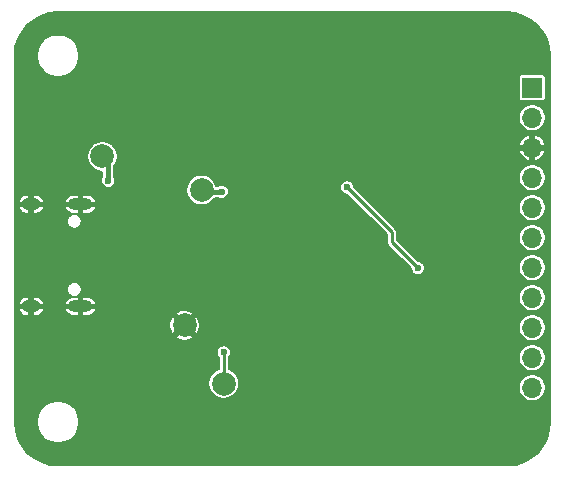
<source format=gbr>
%TF.GenerationSoftware,KiCad,Pcbnew,(5.1.10)-1*%
%TF.CreationDate,2021-09-17T22:01:12+03:00*%
%TF.ProjectId,G800Interface,47383030-496e-4746-9572-666163652e6b,rev?*%
%TF.SameCoordinates,Original*%
%TF.FileFunction,Copper,L2,Bot*%
%TF.FilePolarity,Positive*%
%FSLAX46Y46*%
G04 Gerber Fmt 4.6, Leading zero omitted, Abs format (unit mm)*
G04 Created by KiCad (PCBNEW (5.1.10)-1) date 2021-09-17 22:01:12*
%MOMM*%
%LPD*%
G01*
G04 APERTURE LIST*
%TA.AperFunction,SMDPad,CuDef*%
%ADD10C,2.000000*%
%TD*%
%TA.AperFunction,ComponentPad*%
%ADD11O,2.100000X1.000000*%
%TD*%
%TA.AperFunction,ComponentPad*%
%ADD12O,1.600000X1.000000*%
%TD*%
%TA.AperFunction,ComponentPad*%
%ADD13O,1.700000X1.700000*%
%TD*%
%TA.AperFunction,ComponentPad*%
%ADD14R,1.700000X1.700000*%
%TD*%
%TA.AperFunction,ViaPad*%
%ADD15C,0.600000*%
%TD*%
%TA.AperFunction,Conductor*%
%ADD16C,0.400000*%
%TD*%
%TA.AperFunction,Conductor*%
%ADD17C,0.250000*%
%TD*%
%TA.AperFunction,Conductor*%
%ADD18C,0.200000*%
%TD*%
%TA.AperFunction,Conductor*%
%ADD19C,0.100000*%
%TD*%
G04 APERTURE END LIST*
D10*
%TO.P,TP4,1*%
%TO.N,GND*%
X95710000Y-92810000D03*
%TD*%
%TO.P,TP3,1*%
%TO.N,+3V3*%
X99030000Y-97740000D03*
%TD*%
%TO.P,TP2,1*%
%TO.N,VBUS*%
X88760000Y-78510000D03*
%TD*%
%TO.P,TP1,1*%
%TO.N,VCCIO*%
X97150000Y-81360000D03*
%TD*%
D11*
%TO.P,J2,S1*%
%TO.N,GND*%
X86899200Y-91213400D03*
X86899200Y-82573400D03*
D12*
X82719200Y-82573400D03*
X82719200Y-91213400D03*
%TD*%
D13*
%TO.P,J1,11*%
%TO.N,N/C*%
X125148800Y-98093000D03*
%TO.P,J1,10*%
X125148800Y-95553000D03*
%TO.P,J1,9*%
%TO.N,CTSCalc*%
X125148800Y-93013000D03*
%TO.P,J1,8*%
%TO.N,N/C*%
X125148800Y-90473000D03*
%TO.P,J1,7*%
%TO.N,TXDCalc*%
X125148800Y-87933000D03*
%TO.P,J1,6*%
%TO.N,RXDCalc*%
X125148800Y-85393000D03*
%TO.P,J1,5*%
%TO.N,N/C*%
X125148800Y-82853000D03*
%TO.P,J1,4*%
%TO.N,RTSCalc*%
X125148800Y-80313000D03*
%TO.P,J1,3*%
%TO.N,GND*%
X125148800Y-77773000D03*
%TO.P,J1,2*%
%TO.N,VCCCalc*%
X125148800Y-75233000D03*
D14*
%TO.P,J1,1*%
%TO.N,N/C*%
X125148800Y-72693000D03*
%TD*%
D15*
%TO.N,GND*%
X119590000Y-87920000D03*
X119590000Y-85390000D03*
X119630000Y-80300000D03*
X119600000Y-93010000D03*
X104120000Y-93280000D03*
X102260000Y-94730000D03*
X93740000Y-84800000D03*
X93730000Y-89910000D03*
X97580000Y-72980000D03*
X93430000Y-78130000D03*
X95700000Y-78160000D03*
X97890000Y-78180000D03*
X107060000Y-83870000D03*
X108950000Y-91080000D03*
X90980000Y-88380000D03*
X93020000Y-88510000D03*
X94090000Y-87860000D03*
X95580000Y-89820000D03*
X97570000Y-90010000D03*
X99310000Y-90080000D03*
X99450000Y-88500000D03*
X100770000Y-88750000D03*
X99450000Y-85810000D03*
X100630000Y-85850000D03*
X102420000Y-86280000D03*
X94880000Y-84250000D03*
X96940000Y-84240000D03*
X98780000Y-84510000D03*
X90020000Y-86340000D03*
X91710000Y-86390000D03*
X103520000Y-78080000D03*
X118940000Y-77730000D03*
X100580000Y-71990000D03*
X122480000Y-70350000D03*
X112210000Y-94370000D03*
X121220000Y-96770000D03*
X102550000Y-100800000D03*
X91110000Y-94170000D03*
X84370000Y-93740000D03*
X83380000Y-79600000D03*
%TO.N,VCCIO*%
X98860000Y-81510000D03*
%TO.N,+3V3*%
X99030000Y-95110000D03*
%TO.N,VBUS*%
X89250000Y-80580000D03*
%TO.N,Net-(R2-Pad2)*%
X109480000Y-81140000D03*
X115460000Y-87960000D03*
%TD*%
D16*
%TO.N,VCCIO*%
X97300000Y-81510000D02*
X97150000Y-81360000D01*
X98860000Y-81510000D02*
X97300000Y-81510000D01*
D17*
%TO.N,+3V3*%
X99030000Y-95110000D02*
X99030000Y-97740000D01*
D16*
%TO.N,VBUS*%
X89250000Y-79000000D02*
X88760000Y-78510000D01*
X89250000Y-80580000D02*
X89250000Y-79000000D01*
D17*
%TO.N,Net-(R2-Pad2)*%
X113260000Y-85760000D02*
X115460000Y-87960000D01*
X113260000Y-84920000D02*
X113260000Y-85760000D01*
X109480000Y-81140000D02*
X113260000Y-84920000D01*
%TD*%
D18*
%TO.N,GND*%
X123713508Y-66396518D02*
X124399842Y-66603735D01*
X125032852Y-66940313D01*
X125588433Y-67393434D01*
X126045421Y-67945838D01*
X126386412Y-68576488D01*
X126598412Y-69261352D01*
X126674962Y-69989675D01*
X126675000Y-70000553D01*
X126675001Y-100984093D01*
X126603482Y-101713508D01*
X126396266Y-102399839D01*
X126059687Y-103032852D01*
X125606567Y-103588433D01*
X125054163Y-104045421D01*
X124423512Y-104386412D01*
X123738653Y-104598411D01*
X123010325Y-104674962D01*
X122999447Y-104675000D01*
X85015897Y-104675000D01*
X84286492Y-104603482D01*
X83600161Y-104396266D01*
X82967148Y-104059687D01*
X82411567Y-103606567D01*
X81954579Y-103054163D01*
X81613588Y-102423512D01*
X81401589Y-101738653D01*
X81325038Y-101010325D01*
X81325000Y-100999447D01*
X81325000Y-100822716D01*
X83200000Y-100822716D01*
X83200000Y-101177284D01*
X83269173Y-101525041D01*
X83404861Y-101852620D01*
X83601849Y-102147433D01*
X83852567Y-102398151D01*
X84147380Y-102595139D01*
X84474959Y-102730827D01*
X84822716Y-102800000D01*
X85177284Y-102800000D01*
X85525041Y-102730827D01*
X85852620Y-102595139D01*
X86147433Y-102398151D01*
X86398151Y-102147433D01*
X86595139Y-101852620D01*
X86730827Y-101525041D01*
X86800000Y-101177284D01*
X86800000Y-100822716D01*
X86730827Y-100474959D01*
X86595139Y-100147380D01*
X86398151Y-99852567D01*
X86147433Y-99601849D01*
X85852620Y-99404861D01*
X85525041Y-99269173D01*
X85177284Y-99200000D01*
X84822716Y-99200000D01*
X84474959Y-99269173D01*
X84147380Y-99404861D01*
X83852567Y-99601849D01*
X83601849Y-99852567D01*
X83404861Y-100147380D01*
X83269173Y-100474959D01*
X83200000Y-100822716D01*
X81325000Y-100822716D01*
X81325000Y-97611961D01*
X97730000Y-97611961D01*
X97730000Y-97868039D01*
X97779958Y-98119196D01*
X97877955Y-98355781D01*
X98020224Y-98568702D01*
X98201298Y-98749776D01*
X98414219Y-98892045D01*
X98650804Y-98990042D01*
X98901961Y-99040000D01*
X99158039Y-99040000D01*
X99409196Y-98990042D01*
X99645781Y-98892045D01*
X99858702Y-98749776D01*
X100039776Y-98568702D01*
X100182045Y-98355781D01*
X100280042Y-98119196D01*
X100307782Y-97979735D01*
X123998800Y-97979735D01*
X123998800Y-98206265D01*
X124042994Y-98428443D01*
X124129684Y-98637729D01*
X124255537Y-98826082D01*
X124415718Y-98986263D01*
X124604071Y-99112116D01*
X124813357Y-99198806D01*
X125035535Y-99243000D01*
X125262065Y-99243000D01*
X125484243Y-99198806D01*
X125693529Y-99112116D01*
X125881882Y-98986263D01*
X126042063Y-98826082D01*
X126167916Y-98637729D01*
X126254606Y-98428443D01*
X126298800Y-98206265D01*
X126298800Y-97979735D01*
X126254606Y-97757557D01*
X126167916Y-97548271D01*
X126042063Y-97359918D01*
X125881882Y-97199737D01*
X125693529Y-97073884D01*
X125484243Y-96987194D01*
X125262065Y-96943000D01*
X125035535Y-96943000D01*
X124813357Y-96987194D01*
X124604071Y-97073884D01*
X124415718Y-97199737D01*
X124255537Y-97359918D01*
X124129684Y-97548271D01*
X124042994Y-97757557D01*
X123998800Y-97979735D01*
X100307782Y-97979735D01*
X100330000Y-97868039D01*
X100330000Y-97611961D01*
X100280042Y-97360804D01*
X100182045Y-97124219D01*
X100039776Y-96911298D01*
X99858702Y-96730224D01*
X99645781Y-96587955D01*
X99455000Y-96508931D01*
X99455000Y-95533528D01*
X99496050Y-95492478D01*
X99531291Y-95439735D01*
X123998800Y-95439735D01*
X123998800Y-95666265D01*
X124042994Y-95888443D01*
X124129684Y-96097729D01*
X124255537Y-96286082D01*
X124415718Y-96446263D01*
X124604071Y-96572116D01*
X124813357Y-96658806D01*
X125035535Y-96703000D01*
X125262065Y-96703000D01*
X125484243Y-96658806D01*
X125693529Y-96572116D01*
X125881882Y-96446263D01*
X126042063Y-96286082D01*
X126167916Y-96097729D01*
X126254606Y-95888443D01*
X126298800Y-95666265D01*
X126298800Y-95439735D01*
X126254606Y-95217557D01*
X126167916Y-95008271D01*
X126042063Y-94819918D01*
X125881882Y-94659737D01*
X125693529Y-94533884D01*
X125484243Y-94447194D01*
X125262065Y-94403000D01*
X125035535Y-94403000D01*
X124813357Y-94447194D01*
X124604071Y-94533884D01*
X124415718Y-94659737D01*
X124255537Y-94819918D01*
X124129684Y-95008271D01*
X124042994Y-95217557D01*
X123998800Y-95439735D01*
X99531291Y-95439735D01*
X99561713Y-95394207D01*
X99606942Y-95285014D01*
X99630000Y-95169095D01*
X99630000Y-95050905D01*
X99606942Y-94934986D01*
X99561713Y-94825793D01*
X99496050Y-94727522D01*
X99412478Y-94643950D01*
X99314207Y-94578287D01*
X99205014Y-94533058D01*
X99089095Y-94510000D01*
X98970905Y-94510000D01*
X98854986Y-94533058D01*
X98745793Y-94578287D01*
X98647522Y-94643950D01*
X98563950Y-94727522D01*
X98498287Y-94825793D01*
X98453058Y-94934986D01*
X98430000Y-95050905D01*
X98430000Y-95169095D01*
X98453058Y-95285014D01*
X98498287Y-95394207D01*
X98563950Y-95492478D01*
X98605000Y-95533528D01*
X98605001Y-96508930D01*
X98414219Y-96587955D01*
X98201298Y-96730224D01*
X98020224Y-96911298D01*
X97877955Y-97124219D01*
X97779958Y-97360804D01*
X97730000Y-97611961D01*
X81325000Y-97611961D01*
X81325000Y-93782711D01*
X94955078Y-93782711D01*
X95072125Y-93949961D01*
X95306777Y-94052500D01*
X95556924Y-94107291D01*
X95812954Y-94112227D01*
X96065028Y-94067119D01*
X96303458Y-93973701D01*
X96347875Y-93949961D01*
X96464922Y-93782711D01*
X95710000Y-93027789D01*
X94955078Y-93782711D01*
X81325000Y-93782711D01*
X81325000Y-92912954D01*
X94407773Y-92912954D01*
X94452881Y-93165028D01*
X94546299Y-93403458D01*
X94570039Y-93447875D01*
X94737289Y-93564922D01*
X95492211Y-92810000D01*
X95927789Y-92810000D01*
X96682711Y-93564922D01*
X96849961Y-93447875D01*
X96952500Y-93213223D01*
X97007291Y-92963076D01*
X97008512Y-92899735D01*
X123998800Y-92899735D01*
X123998800Y-93126265D01*
X124042994Y-93348443D01*
X124129684Y-93557729D01*
X124255537Y-93746082D01*
X124415718Y-93906263D01*
X124604071Y-94032116D01*
X124813357Y-94118806D01*
X125035535Y-94163000D01*
X125262065Y-94163000D01*
X125484243Y-94118806D01*
X125693529Y-94032116D01*
X125881882Y-93906263D01*
X126042063Y-93746082D01*
X126167916Y-93557729D01*
X126254606Y-93348443D01*
X126298800Y-93126265D01*
X126298800Y-92899735D01*
X126254606Y-92677557D01*
X126167916Y-92468271D01*
X126042063Y-92279918D01*
X125881882Y-92119737D01*
X125693529Y-91993884D01*
X125484243Y-91907194D01*
X125262065Y-91863000D01*
X125035535Y-91863000D01*
X124813357Y-91907194D01*
X124604071Y-91993884D01*
X124415718Y-92119737D01*
X124255537Y-92279918D01*
X124129684Y-92468271D01*
X124042994Y-92677557D01*
X123998800Y-92899735D01*
X97008512Y-92899735D01*
X97012227Y-92707046D01*
X96967119Y-92454972D01*
X96873701Y-92216542D01*
X96849961Y-92172125D01*
X96682711Y-92055078D01*
X95927789Y-92810000D01*
X95492211Y-92810000D01*
X94737289Y-92055078D01*
X94570039Y-92172125D01*
X94467500Y-92406777D01*
X94412709Y-92656924D01*
X94407773Y-92912954D01*
X81325000Y-92912954D01*
X81325000Y-91488311D01*
X81667918Y-91488311D01*
X81741168Y-91686746D01*
X81846541Y-91809928D01*
X81973921Y-91910186D01*
X82118413Y-91983667D01*
X82274464Y-92027547D01*
X82436077Y-92040140D01*
X82565200Y-91952321D01*
X82565200Y-91367400D01*
X82873200Y-91367400D01*
X82873200Y-91952321D01*
X83002323Y-92040140D01*
X83163936Y-92027547D01*
X83319987Y-91983667D01*
X83464479Y-91910186D01*
X83591859Y-91809928D01*
X83697232Y-91686746D01*
X83770482Y-91488311D01*
X85597918Y-91488311D01*
X85598467Y-91529810D01*
X85674621Y-91670191D01*
X85776698Y-91793018D01*
X85900776Y-91893570D01*
X86042087Y-91967984D01*
X86195200Y-92013400D01*
X86745200Y-92013400D01*
X86745200Y-91367400D01*
X87053200Y-91367400D01*
X87053200Y-92013400D01*
X87603200Y-92013400D01*
X87756313Y-91967984D01*
X87897624Y-91893570D01*
X87967072Y-91837289D01*
X94955078Y-91837289D01*
X95710000Y-92592211D01*
X96464922Y-91837289D01*
X96347875Y-91670039D01*
X96113223Y-91567500D01*
X95863076Y-91512709D01*
X95607046Y-91507773D01*
X95354972Y-91552881D01*
X95116542Y-91646299D01*
X95072125Y-91670039D01*
X94955078Y-91837289D01*
X87967072Y-91837289D01*
X88021702Y-91793018D01*
X88123779Y-91670191D01*
X88199933Y-91529810D01*
X88200482Y-91488311D01*
X88157655Y-91367400D01*
X87053200Y-91367400D01*
X86745200Y-91367400D01*
X85640745Y-91367400D01*
X85597918Y-91488311D01*
X83770482Y-91488311D01*
X83727655Y-91367400D01*
X82873200Y-91367400D01*
X82565200Y-91367400D01*
X81710745Y-91367400D01*
X81667918Y-91488311D01*
X81325000Y-91488311D01*
X81325000Y-90938489D01*
X81667918Y-90938489D01*
X81710745Y-91059400D01*
X82565200Y-91059400D01*
X82565200Y-90474479D01*
X82873200Y-90474479D01*
X82873200Y-91059400D01*
X83727655Y-91059400D01*
X83770482Y-90938489D01*
X85597918Y-90938489D01*
X85640745Y-91059400D01*
X86745200Y-91059400D01*
X86745200Y-90413400D01*
X87053200Y-90413400D01*
X87053200Y-91059400D01*
X88157655Y-91059400D01*
X88200482Y-90938489D01*
X88199933Y-90896990D01*
X88123779Y-90756609D01*
X88021702Y-90633782D01*
X87897624Y-90533230D01*
X87756313Y-90458816D01*
X87603200Y-90413400D01*
X87053200Y-90413400D01*
X86745200Y-90413400D01*
X86195200Y-90413400D01*
X86042087Y-90458816D01*
X85900776Y-90533230D01*
X85776698Y-90633782D01*
X85674621Y-90756609D01*
X85598467Y-90896990D01*
X85597918Y-90938489D01*
X83770482Y-90938489D01*
X83697232Y-90740054D01*
X83591859Y-90616872D01*
X83464479Y-90516614D01*
X83319987Y-90443133D01*
X83163936Y-90399253D01*
X83002323Y-90386660D01*
X82873200Y-90474479D01*
X82565200Y-90474479D01*
X82436077Y-90386660D01*
X82274464Y-90399253D01*
X82118413Y-90443133D01*
X81973921Y-90516614D01*
X81846541Y-90616872D01*
X81741168Y-90740054D01*
X81667918Y-90938489D01*
X81325000Y-90938489D01*
X81325000Y-89721843D01*
X85744200Y-89721843D01*
X85744200Y-89844957D01*
X85768219Y-89965706D01*
X85815332Y-90079448D01*
X85883731Y-90181814D01*
X85970786Y-90268869D01*
X86073152Y-90337268D01*
X86186894Y-90384381D01*
X86307643Y-90408400D01*
X86430757Y-90408400D01*
X86551506Y-90384381D01*
X86611007Y-90359735D01*
X123998800Y-90359735D01*
X123998800Y-90586265D01*
X124042994Y-90808443D01*
X124129684Y-91017729D01*
X124255537Y-91206082D01*
X124415718Y-91366263D01*
X124604071Y-91492116D01*
X124813357Y-91578806D01*
X125035535Y-91623000D01*
X125262065Y-91623000D01*
X125484243Y-91578806D01*
X125693529Y-91492116D01*
X125881882Y-91366263D01*
X126042063Y-91206082D01*
X126167916Y-91017729D01*
X126254606Y-90808443D01*
X126298800Y-90586265D01*
X126298800Y-90359735D01*
X126254606Y-90137557D01*
X126167916Y-89928271D01*
X126042063Y-89739918D01*
X125881882Y-89579737D01*
X125693529Y-89453884D01*
X125484243Y-89367194D01*
X125262065Y-89323000D01*
X125035535Y-89323000D01*
X124813357Y-89367194D01*
X124604071Y-89453884D01*
X124415718Y-89579737D01*
X124255537Y-89739918D01*
X124129684Y-89928271D01*
X124042994Y-90137557D01*
X123998800Y-90359735D01*
X86611007Y-90359735D01*
X86665248Y-90337268D01*
X86767614Y-90268869D01*
X86854669Y-90181814D01*
X86923068Y-90079448D01*
X86970181Y-89965706D01*
X86994200Y-89844957D01*
X86994200Y-89721843D01*
X86970181Y-89601094D01*
X86923068Y-89487352D01*
X86854669Y-89384986D01*
X86767614Y-89297931D01*
X86665248Y-89229532D01*
X86551506Y-89182419D01*
X86430757Y-89158400D01*
X86307643Y-89158400D01*
X86186894Y-89182419D01*
X86073152Y-89229532D01*
X85970786Y-89297931D01*
X85883731Y-89384986D01*
X85815332Y-89487352D01*
X85768219Y-89601094D01*
X85744200Y-89721843D01*
X81325000Y-89721843D01*
X81325000Y-83941843D01*
X85744200Y-83941843D01*
X85744200Y-84064957D01*
X85768219Y-84185706D01*
X85815332Y-84299448D01*
X85883731Y-84401814D01*
X85970786Y-84488869D01*
X86073152Y-84557268D01*
X86186894Y-84604381D01*
X86307643Y-84628400D01*
X86430757Y-84628400D01*
X86551506Y-84604381D01*
X86665248Y-84557268D01*
X86767614Y-84488869D01*
X86854669Y-84401814D01*
X86923068Y-84299448D01*
X86970181Y-84185706D01*
X86994200Y-84064957D01*
X86994200Y-83941843D01*
X86970181Y-83821094D01*
X86923068Y-83707352D01*
X86854669Y-83604986D01*
X86767614Y-83517931D01*
X86665248Y-83449532D01*
X86551506Y-83402419D01*
X86430757Y-83378400D01*
X86307643Y-83378400D01*
X86186894Y-83402419D01*
X86073152Y-83449532D01*
X85970786Y-83517931D01*
X85883731Y-83604986D01*
X85815332Y-83707352D01*
X85768219Y-83821094D01*
X85744200Y-83941843D01*
X81325000Y-83941843D01*
X81325000Y-82848311D01*
X81667918Y-82848311D01*
X81741168Y-83046746D01*
X81846541Y-83169928D01*
X81973921Y-83270186D01*
X82118413Y-83343667D01*
X82274464Y-83387547D01*
X82436077Y-83400140D01*
X82565200Y-83312321D01*
X82565200Y-82727400D01*
X82873200Y-82727400D01*
X82873200Y-83312321D01*
X83002323Y-83400140D01*
X83163936Y-83387547D01*
X83319987Y-83343667D01*
X83464479Y-83270186D01*
X83591859Y-83169928D01*
X83697232Y-83046746D01*
X83770482Y-82848311D01*
X85597918Y-82848311D01*
X85598467Y-82889810D01*
X85674621Y-83030191D01*
X85776698Y-83153018D01*
X85900776Y-83253570D01*
X86042087Y-83327984D01*
X86195200Y-83373400D01*
X86745200Y-83373400D01*
X86745200Y-82727400D01*
X87053200Y-82727400D01*
X87053200Y-83373400D01*
X87603200Y-83373400D01*
X87756313Y-83327984D01*
X87897624Y-83253570D01*
X88021702Y-83153018D01*
X88123779Y-83030191D01*
X88199933Y-82889810D01*
X88200482Y-82848311D01*
X88157655Y-82727400D01*
X87053200Y-82727400D01*
X86745200Y-82727400D01*
X85640745Y-82727400D01*
X85597918Y-82848311D01*
X83770482Y-82848311D01*
X83727655Y-82727400D01*
X82873200Y-82727400D01*
X82565200Y-82727400D01*
X81710745Y-82727400D01*
X81667918Y-82848311D01*
X81325000Y-82848311D01*
X81325000Y-82298489D01*
X81667918Y-82298489D01*
X81710745Y-82419400D01*
X82565200Y-82419400D01*
X82565200Y-81834479D01*
X82873200Y-81834479D01*
X82873200Y-82419400D01*
X83727655Y-82419400D01*
X83770482Y-82298489D01*
X85597918Y-82298489D01*
X85640745Y-82419400D01*
X86745200Y-82419400D01*
X86745200Y-81773400D01*
X87053200Y-81773400D01*
X87053200Y-82419400D01*
X88157655Y-82419400D01*
X88200482Y-82298489D01*
X88199933Y-82256990D01*
X88123779Y-82116609D01*
X88021702Y-81993782D01*
X87897624Y-81893230D01*
X87756313Y-81818816D01*
X87603200Y-81773400D01*
X87053200Y-81773400D01*
X86745200Y-81773400D01*
X86195200Y-81773400D01*
X86042087Y-81818816D01*
X85900776Y-81893230D01*
X85776698Y-81993782D01*
X85674621Y-82116609D01*
X85598467Y-82256990D01*
X85597918Y-82298489D01*
X83770482Y-82298489D01*
X83697232Y-82100054D01*
X83591859Y-81976872D01*
X83464479Y-81876614D01*
X83319987Y-81803133D01*
X83163936Y-81759253D01*
X83002323Y-81746660D01*
X82873200Y-81834479D01*
X82565200Y-81834479D01*
X82436077Y-81746660D01*
X82274464Y-81759253D01*
X82118413Y-81803133D01*
X81973921Y-81876614D01*
X81846541Y-81976872D01*
X81741168Y-82100054D01*
X81667918Y-82298489D01*
X81325000Y-82298489D01*
X81325000Y-81231961D01*
X95850000Y-81231961D01*
X95850000Y-81488039D01*
X95899958Y-81739196D01*
X95997955Y-81975781D01*
X96140224Y-82188702D01*
X96321298Y-82369776D01*
X96534219Y-82512045D01*
X96770804Y-82610042D01*
X97021961Y-82660000D01*
X97278039Y-82660000D01*
X97529196Y-82610042D01*
X97765781Y-82512045D01*
X97978702Y-82369776D01*
X98159776Y-82188702D01*
X98279181Y-82010000D01*
X98528331Y-82010000D01*
X98575793Y-82041713D01*
X98684986Y-82086942D01*
X98800905Y-82110000D01*
X98919095Y-82110000D01*
X99035014Y-82086942D01*
X99144207Y-82041713D01*
X99242478Y-81976050D01*
X99326050Y-81892478D01*
X99391713Y-81794207D01*
X99436942Y-81685014D01*
X99460000Y-81569095D01*
X99460000Y-81450905D01*
X99436942Y-81334986D01*
X99391713Y-81225793D01*
X99326050Y-81127522D01*
X99279433Y-81080905D01*
X108880000Y-81080905D01*
X108880000Y-81199095D01*
X108903058Y-81315014D01*
X108948287Y-81424207D01*
X109013950Y-81522478D01*
X109097522Y-81606050D01*
X109195793Y-81671713D01*
X109304986Y-81716942D01*
X109420905Y-81740000D01*
X109478960Y-81740000D01*
X112835000Y-85096041D01*
X112835001Y-85739124D01*
X112832945Y-85760000D01*
X112841150Y-85843314D01*
X112865453Y-85923427D01*
X112904917Y-85997260D01*
X112958027Y-86061974D01*
X112974239Y-86075279D01*
X114860000Y-87961041D01*
X114860000Y-88019095D01*
X114883058Y-88135014D01*
X114928287Y-88244207D01*
X114993950Y-88342478D01*
X115077522Y-88426050D01*
X115175793Y-88491713D01*
X115284986Y-88536942D01*
X115400905Y-88560000D01*
X115519095Y-88560000D01*
X115635014Y-88536942D01*
X115744207Y-88491713D01*
X115842478Y-88426050D01*
X115926050Y-88342478D01*
X115991713Y-88244207D01*
X116036942Y-88135014D01*
X116060000Y-88019095D01*
X116060000Y-87900905D01*
X116043855Y-87819735D01*
X123998800Y-87819735D01*
X123998800Y-88046265D01*
X124042994Y-88268443D01*
X124129684Y-88477729D01*
X124255537Y-88666082D01*
X124415718Y-88826263D01*
X124604071Y-88952116D01*
X124813357Y-89038806D01*
X125035535Y-89083000D01*
X125262065Y-89083000D01*
X125484243Y-89038806D01*
X125693529Y-88952116D01*
X125881882Y-88826263D01*
X126042063Y-88666082D01*
X126167916Y-88477729D01*
X126254606Y-88268443D01*
X126298800Y-88046265D01*
X126298800Y-87819735D01*
X126254606Y-87597557D01*
X126167916Y-87388271D01*
X126042063Y-87199918D01*
X125881882Y-87039737D01*
X125693529Y-86913884D01*
X125484243Y-86827194D01*
X125262065Y-86783000D01*
X125035535Y-86783000D01*
X124813357Y-86827194D01*
X124604071Y-86913884D01*
X124415718Y-87039737D01*
X124255537Y-87199918D01*
X124129684Y-87388271D01*
X124042994Y-87597557D01*
X123998800Y-87819735D01*
X116043855Y-87819735D01*
X116036942Y-87784986D01*
X115991713Y-87675793D01*
X115926050Y-87577522D01*
X115842478Y-87493950D01*
X115744207Y-87428287D01*
X115635014Y-87383058D01*
X115519095Y-87360000D01*
X115461041Y-87360000D01*
X113685000Y-85583960D01*
X113685000Y-85279735D01*
X123998800Y-85279735D01*
X123998800Y-85506265D01*
X124042994Y-85728443D01*
X124129684Y-85937729D01*
X124255537Y-86126082D01*
X124415718Y-86286263D01*
X124604071Y-86412116D01*
X124813357Y-86498806D01*
X125035535Y-86543000D01*
X125262065Y-86543000D01*
X125484243Y-86498806D01*
X125693529Y-86412116D01*
X125881882Y-86286263D01*
X126042063Y-86126082D01*
X126167916Y-85937729D01*
X126254606Y-85728443D01*
X126298800Y-85506265D01*
X126298800Y-85279735D01*
X126254606Y-85057557D01*
X126167916Y-84848271D01*
X126042063Y-84659918D01*
X125881882Y-84499737D01*
X125693529Y-84373884D01*
X125484243Y-84287194D01*
X125262065Y-84243000D01*
X125035535Y-84243000D01*
X124813357Y-84287194D01*
X124604071Y-84373884D01*
X124415718Y-84499737D01*
X124255537Y-84659918D01*
X124129684Y-84848271D01*
X124042994Y-85057557D01*
X123998800Y-85279735D01*
X113685000Y-85279735D01*
X113685000Y-84940866D01*
X113687055Y-84919999D01*
X113685000Y-84899132D01*
X113685000Y-84899126D01*
X113678850Y-84836686D01*
X113654548Y-84756573D01*
X113615084Y-84682740D01*
X113561974Y-84618026D01*
X113545763Y-84604722D01*
X111680776Y-82739735D01*
X123998800Y-82739735D01*
X123998800Y-82966265D01*
X124042994Y-83188443D01*
X124129684Y-83397729D01*
X124255537Y-83586082D01*
X124415718Y-83746263D01*
X124604071Y-83872116D01*
X124813357Y-83958806D01*
X125035535Y-84003000D01*
X125262065Y-84003000D01*
X125484243Y-83958806D01*
X125693529Y-83872116D01*
X125881882Y-83746263D01*
X126042063Y-83586082D01*
X126167916Y-83397729D01*
X126254606Y-83188443D01*
X126298800Y-82966265D01*
X126298800Y-82739735D01*
X126254606Y-82517557D01*
X126167916Y-82308271D01*
X126042063Y-82119918D01*
X125881882Y-81959737D01*
X125693529Y-81833884D01*
X125484243Y-81747194D01*
X125262065Y-81703000D01*
X125035535Y-81703000D01*
X124813357Y-81747194D01*
X124604071Y-81833884D01*
X124415718Y-81959737D01*
X124255537Y-82119918D01*
X124129684Y-82308271D01*
X124042994Y-82517557D01*
X123998800Y-82739735D01*
X111680776Y-82739735D01*
X110080000Y-81138960D01*
X110080000Y-81080905D01*
X110056942Y-80964986D01*
X110011713Y-80855793D01*
X109946050Y-80757522D01*
X109862478Y-80673950D01*
X109764207Y-80608287D01*
X109655014Y-80563058D01*
X109539095Y-80540000D01*
X109420905Y-80540000D01*
X109304986Y-80563058D01*
X109195793Y-80608287D01*
X109097522Y-80673950D01*
X109013950Y-80757522D01*
X108948287Y-80855793D01*
X108903058Y-80964986D01*
X108880000Y-81080905D01*
X99279433Y-81080905D01*
X99242478Y-81043950D01*
X99144207Y-80978287D01*
X99035014Y-80933058D01*
X98919095Y-80910000D01*
X98800905Y-80910000D01*
X98684986Y-80933058D01*
X98575793Y-80978287D01*
X98528331Y-81010000D01*
X98405849Y-81010000D01*
X98400042Y-80980804D01*
X98302045Y-80744219D01*
X98159776Y-80531298D01*
X97978702Y-80350224D01*
X97765781Y-80207955D01*
X97745937Y-80199735D01*
X123998800Y-80199735D01*
X123998800Y-80426265D01*
X124042994Y-80648443D01*
X124129684Y-80857729D01*
X124255537Y-81046082D01*
X124415718Y-81206263D01*
X124604071Y-81332116D01*
X124813357Y-81418806D01*
X125035535Y-81463000D01*
X125262065Y-81463000D01*
X125484243Y-81418806D01*
X125693529Y-81332116D01*
X125881882Y-81206263D01*
X126042063Y-81046082D01*
X126167916Y-80857729D01*
X126254606Y-80648443D01*
X126298800Y-80426265D01*
X126298800Y-80199735D01*
X126254606Y-79977557D01*
X126167916Y-79768271D01*
X126042063Y-79579918D01*
X125881882Y-79419737D01*
X125693529Y-79293884D01*
X125484243Y-79207194D01*
X125262065Y-79163000D01*
X125035535Y-79163000D01*
X124813357Y-79207194D01*
X124604071Y-79293884D01*
X124415718Y-79419737D01*
X124255537Y-79579918D01*
X124129684Y-79768271D01*
X124042994Y-79977557D01*
X123998800Y-80199735D01*
X97745937Y-80199735D01*
X97529196Y-80109958D01*
X97278039Y-80060000D01*
X97021961Y-80060000D01*
X96770804Y-80109958D01*
X96534219Y-80207955D01*
X96321298Y-80350224D01*
X96140224Y-80531298D01*
X95997955Y-80744219D01*
X95899958Y-80980804D01*
X95850000Y-81231961D01*
X81325000Y-81231961D01*
X81325000Y-78381961D01*
X87460000Y-78381961D01*
X87460000Y-78638039D01*
X87509958Y-78889196D01*
X87607955Y-79125781D01*
X87750224Y-79338702D01*
X87931298Y-79519776D01*
X88144219Y-79662045D01*
X88380804Y-79760042D01*
X88631961Y-79810000D01*
X88750000Y-79810000D01*
X88750000Y-80248331D01*
X88718287Y-80295793D01*
X88673058Y-80404986D01*
X88650000Y-80520905D01*
X88650000Y-80639095D01*
X88673058Y-80755014D01*
X88718287Y-80864207D01*
X88783950Y-80962478D01*
X88867522Y-81046050D01*
X88965793Y-81111713D01*
X89074986Y-81156942D01*
X89190905Y-81180000D01*
X89309095Y-81180000D01*
X89425014Y-81156942D01*
X89534207Y-81111713D01*
X89632478Y-81046050D01*
X89716050Y-80962478D01*
X89781713Y-80864207D01*
X89826942Y-80755014D01*
X89850000Y-80639095D01*
X89850000Y-80520905D01*
X89826942Y-80404986D01*
X89781713Y-80295793D01*
X89750000Y-80248331D01*
X89750000Y-79358478D01*
X89769776Y-79338702D01*
X89912045Y-79125781D01*
X90010042Y-78889196D01*
X90060000Y-78638039D01*
X90060000Y-78381961D01*
X90010042Y-78130804D01*
X89998684Y-78103383D01*
X124047280Y-78103383D01*
X124049361Y-78110272D01*
X124136285Y-78318281D01*
X124262119Y-78505336D01*
X124422028Y-78664247D01*
X124609866Y-78788908D01*
X124818415Y-78874528D01*
X124994800Y-78837650D01*
X124994800Y-77927000D01*
X125302800Y-77927000D01*
X125302800Y-78837650D01*
X125479185Y-78874528D01*
X125687734Y-78788908D01*
X125875572Y-78664247D01*
X126035481Y-78505336D01*
X126161315Y-78318281D01*
X126248239Y-78110272D01*
X126250320Y-78103383D01*
X126212712Y-77927000D01*
X125302800Y-77927000D01*
X124994800Y-77927000D01*
X124084888Y-77927000D01*
X124047280Y-78103383D01*
X89998684Y-78103383D01*
X89912045Y-77894219D01*
X89769776Y-77681298D01*
X89588702Y-77500224D01*
X89502487Y-77442617D01*
X124047280Y-77442617D01*
X124084888Y-77619000D01*
X124994800Y-77619000D01*
X124994800Y-76708350D01*
X125302800Y-76708350D01*
X125302800Y-77619000D01*
X126212712Y-77619000D01*
X126250320Y-77442617D01*
X126248239Y-77435728D01*
X126161315Y-77227719D01*
X126035481Y-77040664D01*
X125875572Y-76881753D01*
X125687734Y-76757092D01*
X125479185Y-76671472D01*
X125302800Y-76708350D01*
X124994800Y-76708350D01*
X124818415Y-76671472D01*
X124609866Y-76757092D01*
X124422028Y-76881753D01*
X124262119Y-77040664D01*
X124136285Y-77227719D01*
X124049361Y-77435728D01*
X124047280Y-77442617D01*
X89502487Y-77442617D01*
X89375781Y-77357955D01*
X89139196Y-77259958D01*
X88888039Y-77210000D01*
X88631961Y-77210000D01*
X88380804Y-77259958D01*
X88144219Y-77357955D01*
X87931298Y-77500224D01*
X87750224Y-77681298D01*
X87607955Y-77894219D01*
X87509958Y-78130804D01*
X87460000Y-78381961D01*
X81325000Y-78381961D01*
X81325000Y-75119735D01*
X123998800Y-75119735D01*
X123998800Y-75346265D01*
X124042994Y-75568443D01*
X124129684Y-75777729D01*
X124255537Y-75966082D01*
X124415718Y-76126263D01*
X124604071Y-76252116D01*
X124813357Y-76338806D01*
X125035535Y-76383000D01*
X125262065Y-76383000D01*
X125484243Y-76338806D01*
X125693529Y-76252116D01*
X125881882Y-76126263D01*
X126042063Y-75966082D01*
X126167916Y-75777729D01*
X126254606Y-75568443D01*
X126298800Y-75346265D01*
X126298800Y-75119735D01*
X126254606Y-74897557D01*
X126167916Y-74688271D01*
X126042063Y-74499918D01*
X125881882Y-74339737D01*
X125693529Y-74213884D01*
X125484243Y-74127194D01*
X125262065Y-74083000D01*
X125035535Y-74083000D01*
X124813357Y-74127194D01*
X124604071Y-74213884D01*
X124415718Y-74339737D01*
X124255537Y-74499918D01*
X124129684Y-74688271D01*
X124042994Y-74897557D01*
X123998800Y-75119735D01*
X81325000Y-75119735D01*
X81325000Y-71843000D01*
X123997349Y-71843000D01*
X123997349Y-73543000D01*
X124003141Y-73601810D01*
X124020296Y-73658360D01*
X124048153Y-73710477D01*
X124085642Y-73756158D01*
X124131323Y-73793647D01*
X124183440Y-73821504D01*
X124239990Y-73838659D01*
X124298800Y-73844451D01*
X125998800Y-73844451D01*
X126057610Y-73838659D01*
X126114160Y-73821504D01*
X126166277Y-73793647D01*
X126211958Y-73756158D01*
X126249447Y-73710477D01*
X126277304Y-73658360D01*
X126294459Y-73601810D01*
X126300251Y-73543000D01*
X126300251Y-71843000D01*
X126294459Y-71784190D01*
X126277304Y-71727640D01*
X126249447Y-71675523D01*
X126211958Y-71629842D01*
X126166277Y-71592353D01*
X126114160Y-71564496D01*
X126057610Y-71547341D01*
X125998800Y-71541549D01*
X124298800Y-71541549D01*
X124239990Y-71547341D01*
X124183440Y-71564496D01*
X124131323Y-71592353D01*
X124085642Y-71629842D01*
X124048153Y-71675523D01*
X124020296Y-71727640D01*
X124003141Y-71784190D01*
X123997349Y-71843000D01*
X81325000Y-71843000D01*
X81325000Y-70015896D01*
X81343941Y-69822716D01*
X83200000Y-69822716D01*
X83200000Y-70177284D01*
X83269173Y-70525041D01*
X83404861Y-70852620D01*
X83601849Y-71147433D01*
X83852567Y-71398151D01*
X84147380Y-71595139D01*
X84474959Y-71730827D01*
X84822716Y-71800000D01*
X85177284Y-71800000D01*
X85525041Y-71730827D01*
X85852620Y-71595139D01*
X86147433Y-71398151D01*
X86398151Y-71147433D01*
X86595139Y-70852620D01*
X86730827Y-70525041D01*
X86800000Y-70177284D01*
X86800000Y-69822716D01*
X86730827Y-69474959D01*
X86595139Y-69147380D01*
X86398151Y-68852567D01*
X86147433Y-68601849D01*
X85852620Y-68404861D01*
X85525041Y-68269173D01*
X85177284Y-68200000D01*
X84822716Y-68200000D01*
X84474959Y-68269173D01*
X84147380Y-68404861D01*
X83852567Y-68601849D01*
X83601849Y-68852567D01*
X83404861Y-69147380D01*
X83269173Y-69474959D01*
X83200000Y-69822716D01*
X81343941Y-69822716D01*
X81396518Y-69286492D01*
X81603735Y-68600158D01*
X81940313Y-67967148D01*
X82393434Y-67411567D01*
X82945838Y-66954579D01*
X83576488Y-66613588D01*
X84261352Y-66401588D01*
X84989675Y-66325038D01*
X85000553Y-66325000D01*
X122984104Y-66325000D01*
X123713508Y-66396518D01*
%TA.AperFunction,Conductor*%
D19*
G36*
X123713508Y-66396518D02*
G01*
X124399842Y-66603735D01*
X125032852Y-66940313D01*
X125588433Y-67393434D01*
X126045421Y-67945838D01*
X126386412Y-68576488D01*
X126598412Y-69261352D01*
X126674962Y-69989675D01*
X126675000Y-70000553D01*
X126675001Y-100984093D01*
X126603482Y-101713508D01*
X126396266Y-102399839D01*
X126059687Y-103032852D01*
X125606567Y-103588433D01*
X125054163Y-104045421D01*
X124423512Y-104386412D01*
X123738653Y-104598411D01*
X123010325Y-104674962D01*
X122999447Y-104675000D01*
X85015897Y-104675000D01*
X84286492Y-104603482D01*
X83600161Y-104396266D01*
X82967148Y-104059687D01*
X82411567Y-103606567D01*
X81954579Y-103054163D01*
X81613588Y-102423512D01*
X81401589Y-101738653D01*
X81325038Y-101010325D01*
X81325000Y-100999447D01*
X81325000Y-100822716D01*
X83200000Y-100822716D01*
X83200000Y-101177284D01*
X83269173Y-101525041D01*
X83404861Y-101852620D01*
X83601849Y-102147433D01*
X83852567Y-102398151D01*
X84147380Y-102595139D01*
X84474959Y-102730827D01*
X84822716Y-102800000D01*
X85177284Y-102800000D01*
X85525041Y-102730827D01*
X85852620Y-102595139D01*
X86147433Y-102398151D01*
X86398151Y-102147433D01*
X86595139Y-101852620D01*
X86730827Y-101525041D01*
X86800000Y-101177284D01*
X86800000Y-100822716D01*
X86730827Y-100474959D01*
X86595139Y-100147380D01*
X86398151Y-99852567D01*
X86147433Y-99601849D01*
X85852620Y-99404861D01*
X85525041Y-99269173D01*
X85177284Y-99200000D01*
X84822716Y-99200000D01*
X84474959Y-99269173D01*
X84147380Y-99404861D01*
X83852567Y-99601849D01*
X83601849Y-99852567D01*
X83404861Y-100147380D01*
X83269173Y-100474959D01*
X83200000Y-100822716D01*
X81325000Y-100822716D01*
X81325000Y-97611961D01*
X97730000Y-97611961D01*
X97730000Y-97868039D01*
X97779958Y-98119196D01*
X97877955Y-98355781D01*
X98020224Y-98568702D01*
X98201298Y-98749776D01*
X98414219Y-98892045D01*
X98650804Y-98990042D01*
X98901961Y-99040000D01*
X99158039Y-99040000D01*
X99409196Y-98990042D01*
X99645781Y-98892045D01*
X99858702Y-98749776D01*
X100039776Y-98568702D01*
X100182045Y-98355781D01*
X100280042Y-98119196D01*
X100307782Y-97979735D01*
X123998800Y-97979735D01*
X123998800Y-98206265D01*
X124042994Y-98428443D01*
X124129684Y-98637729D01*
X124255537Y-98826082D01*
X124415718Y-98986263D01*
X124604071Y-99112116D01*
X124813357Y-99198806D01*
X125035535Y-99243000D01*
X125262065Y-99243000D01*
X125484243Y-99198806D01*
X125693529Y-99112116D01*
X125881882Y-98986263D01*
X126042063Y-98826082D01*
X126167916Y-98637729D01*
X126254606Y-98428443D01*
X126298800Y-98206265D01*
X126298800Y-97979735D01*
X126254606Y-97757557D01*
X126167916Y-97548271D01*
X126042063Y-97359918D01*
X125881882Y-97199737D01*
X125693529Y-97073884D01*
X125484243Y-96987194D01*
X125262065Y-96943000D01*
X125035535Y-96943000D01*
X124813357Y-96987194D01*
X124604071Y-97073884D01*
X124415718Y-97199737D01*
X124255537Y-97359918D01*
X124129684Y-97548271D01*
X124042994Y-97757557D01*
X123998800Y-97979735D01*
X100307782Y-97979735D01*
X100330000Y-97868039D01*
X100330000Y-97611961D01*
X100280042Y-97360804D01*
X100182045Y-97124219D01*
X100039776Y-96911298D01*
X99858702Y-96730224D01*
X99645781Y-96587955D01*
X99455000Y-96508931D01*
X99455000Y-95533528D01*
X99496050Y-95492478D01*
X99531291Y-95439735D01*
X123998800Y-95439735D01*
X123998800Y-95666265D01*
X124042994Y-95888443D01*
X124129684Y-96097729D01*
X124255537Y-96286082D01*
X124415718Y-96446263D01*
X124604071Y-96572116D01*
X124813357Y-96658806D01*
X125035535Y-96703000D01*
X125262065Y-96703000D01*
X125484243Y-96658806D01*
X125693529Y-96572116D01*
X125881882Y-96446263D01*
X126042063Y-96286082D01*
X126167916Y-96097729D01*
X126254606Y-95888443D01*
X126298800Y-95666265D01*
X126298800Y-95439735D01*
X126254606Y-95217557D01*
X126167916Y-95008271D01*
X126042063Y-94819918D01*
X125881882Y-94659737D01*
X125693529Y-94533884D01*
X125484243Y-94447194D01*
X125262065Y-94403000D01*
X125035535Y-94403000D01*
X124813357Y-94447194D01*
X124604071Y-94533884D01*
X124415718Y-94659737D01*
X124255537Y-94819918D01*
X124129684Y-95008271D01*
X124042994Y-95217557D01*
X123998800Y-95439735D01*
X99531291Y-95439735D01*
X99561713Y-95394207D01*
X99606942Y-95285014D01*
X99630000Y-95169095D01*
X99630000Y-95050905D01*
X99606942Y-94934986D01*
X99561713Y-94825793D01*
X99496050Y-94727522D01*
X99412478Y-94643950D01*
X99314207Y-94578287D01*
X99205014Y-94533058D01*
X99089095Y-94510000D01*
X98970905Y-94510000D01*
X98854986Y-94533058D01*
X98745793Y-94578287D01*
X98647522Y-94643950D01*
X98563950Y-94727522D01*
X98498287Y-94825793D01*
X98453058Y-94934986D01*
X98430000Y-95050905D01*
X98430000Y-95169095D01*
X98453058Y-95285014D01*
X98498287Y-95394207D01*
X98563950Y-95492478D01*
X98605000Y-95533528D01*
X98605001Y-96508930D01*
X98414219Y-96587955D01*
X98201298Y-96730224D01*
X98020224Y-96911298D01*
X97877955Y-97124219D01*
X97779958Y-97360804D01*
X97730000Y-97611961D01*
X81325000Y-97611961D01*
X81325000Y-93782711D01*
X94955078Y-93782711D01*
X95072125Y-93949961D01*
X95306777Y-94052500D01*
X95556924Y-94107291D01*
X95812954Y-94112227D01*
X96065028Y-94067119D01*
X96303458Y-93973701D01*
X96347875Y-93949961D01*
X96464922Y-93782711D01*
X95710000Y-93027789D01*
X94955078Y-93782711D01*
X81325000Y-93782711D01*
X81325000Y-92912954D01*
X94407773Y-92912954D01*
X94452881Y-93165028D01*
X94546299Y-93403458D01*
X94570039Y-93447875D01*
X94737289Y-93564922D01*
X95492211Y-92810000D01*
X95927789Y-92810000D01*
X96682711Y-93564922D01*
X96849961Y-93447875D01*
X96952500Y-93213223D01*
X97007291Y-92963076D01*
X97008512Y-92899735D01*
X123998800Y-92899735D01*
X123998800Y-93126265D01*
X124042994Y-93348443D01*
X124129684Y-93557729D01*
X124255537Y-93746082D01*
X124415718Y-93906263D01*
X124604071Y-94032116D01*
X124813357Y-94118806D01*
X125035535Y-94163000D01*
X125262065Y-94163000D01*
X125484243Y-94118806D01*
X125693529Y-94032116D01*
X125881882Y-93906263D01*
X126042063Y-93746082D01*
X126167916Y-93557729D01*
X126254606Y-93348443D01*
X126298800Y-93126265D01*
X126298800Y-92899735D01*
X126254606Y-92677557D01*
X126167916Y-92468271D01*
X126042063Y-92279918D01*
X125881882Y-92119737D01*
X125693529Y-91993884D01*
X125484243Y-91907194D01*
X125262065Y-91863000D01*
X125035535Y-91863000D01*
X124813357Y-91907194D01*
X124604071Y-91993884D01*
X124415718Y-92119737D01*
X124255537Y-92279918D01*
X124129684Y-92468271D01*
X124042994Y-92677557D01*
X123998800Y-92899735D01*
X97008512Y-92899735D01*
X97012227Y-92707046D01*
X96967119Y-92454972D01*
X96873701Y-92216542D01*
X96849961Y-92172125D01*
X96682711Y-92055078D01*
X95927789Y-92810000D01*
X95492211Y-92810000D01*
X94737289Y-92055078D01*
X94570039Y-92172125D01*
X94467500Y-92406777D01*
X94412709Y-92656924D01*
X94407773Y-92912954D01*
X81325000Y-92912954D01*
X81325000Y-91488311D01*
X81667918Y-91488311D01*
X81741168Y-91686746D01*
X81846541Y-91809928D01*
X81973921Y-91910186D01*
X82118413Y-91983667D01*
X82274464Y-92027547D01*
X82436077Y-92040140D01*
X82565200Y-91952321D01*
X82565200Y-91367400D01*
X82873200Y-91367400D01*
X82873200Y-91952321D01*
X83002323Y-92040140D01*
X83163936Y-92027547D01*
X83319987Y-91983667D01*
X83464479Y-91910186D01*
X83591859Y-91809928D01*
X83697232Y-91686746D01*
X83770482Y-91488311D01*
X85597918Y-91488311D01*
X85598467Y-91529810D01*
X85674621Y-91670191D01*
X85776698Y-91793018D01*
X85900776Y-91893570D01*
X86042087Y-91967984D01*
X86195200Y-92013400D01*
X86745200Y-92013400D01*
X86745200Y-91367400D01*
X87053200Y-91367400D01*
X87053200Y-92013400D01*
X87603200Y-92013400D01*
X87756313Y-91967984D01*
X87897624Y-91893570D01*
X87967072Y-91837289D01*
X94955078Y-91837289D01*
X95710000Y-92592211D01*
X96464922Y-91837289D01*
X96347875Y-91670039D01*
X96113223Y-91567500D01*
X95863076Y-91512709D01*
X95607046Y-91507773D01*
X95354972Y-91552881D01*
X95116542Y-91646299D01*
X95072125Y-91670039D01*
X94955078Y-91837289D01*
X87967072Y-91837289D01*
X88021702Y-91793018D01*
X88123779Y-91670191D01*
X88199933Y-91529810D01*
X88200482Y-91488311D01*
X88157655Y-91367400D01*
X87053200Y-91367400D01*
X86745200Y-91367400D01*
X85640745Y-91367400D01*
X85597918Y-91488311D01*
X83770482Y-91488311D01*
X83727655Y-91367400D01*
X82873200Y-91367400D01*
X82565200Y-91367400D01*
X81710745Y-91367400D01*
X81667918Y-91488311D01*
X81325000Y-91488311D01*
X81325000Y-90938489D01*
X81667918Y-90938489D01*
X81710745Y-91059400D01*
X82565200Y-91059400D01*
X82565200Y-90474479D01*
X82873200Y-90474479D01*
X82873200Y-91059400D01*
X83727655Y-91059400D01*
X83770482Y-90938489D01*
X85597918Y-90938489D01*
X85640745Y-91059400D01*
X86745200Y-91059400D01*
X86745200Y-90413400D01*
X87053200Y-90413400D01*
X87053200Y-91059400D01*
X88157655Y-91059400D01*
X88200482Y-90938489D01*
X88199933Y-90896990D01*
X88123779Y-90756609D01*
X88021702Y-90633782D01*
X87897624Y-90533230D01*
X87756313Y-90458816D01*
X87603200Y-90413400D01*
X87053200Y-90413400D01*
X86745200Y-90413400D01*
X86195200Y-90413400D01*
X86042087Y-90458816D01*
X85900776Y-90533230D01*
X85776698Y-90633782D01*
X85674621Y-90756609D01*
X85598467Y-90896990D01*
X85597918Y-90938489D01*
X83770482Y-90938489D01*
X83697232Y-90740054D01*
X83591859Y-90616872D01*
X83464479Y-90516614D01*
X83319987Y-90443133D01*
X83163936Y-90399253D01*
X83002323Y-90386660D01*
X82873200Y-90474479D01*
X82565200Y-90474479D01*
X82436077Y-90386660D01*
X82274464Y-90399253D01*
X82118413Y-90443133D01*
X81973921Y-90516614D01*
X81846541Y-90616872D01*
X81741168Y-90740054D01*
X81667918Y-90938489D01*
X81325000Y-90938489D01*
X81325000Y-89721843D01*
X85744200Y-89721843D01*
X85744200Y-89844957D01*
X85768219Y-89965706D01*
X85815332Y-90079448D01*
X85883731Y-90181814D01*
X85970786Y-90268869D01*
X86073152Y-90337268D01*
X86186894Y-90384381D01*
X86307643Y-90408400D01*
X86430757Y-90408400D01*
X86551506Y-90384381D01*
X86611007Y-90359735D01*
X123998800Y-90359735D01*
X123998800Y-90586265D01*
X124042994Y-90808443D01*
X124129684Y-91017729D01*
X124255537Y-91206082D01*
X124415718Y-91366263D01*
X124604071Y-91492116D01*
X124813357Y-91578806D01*
X125035535Y-91623000D01*
X125262065Y-91623000D01*
X125484243Y-91578806D01*
X125693529Y-91492116D01*
X125881882Y-91366263D01*
X126042063Y-91206082D01*
X126167916Y-91017729D01*
X126254606Y-90808443D01*
X126298800Y-90586265D01*
X126298800Y-90359735D01*
X126254606Y-90137557D01*
X126167916Y-89928271D01*
X126042063Y-89739918D01*
X125881882Y-89579737D01*
X125693529Y-89453884D01*
X125484243Y-89367194D01*
X125262065Y-89323000D01*
X125035535Y-89323000D01*
X124813357Y-89367194D01*
X124604071Y-89453884D01*
X124415718Y-89579737D01*
X124255537Y-89739918D01*
X124129684Y-89928271D01*
X124042994Y-90137557D01*
X123998800Y-90359735D01*
X86611007Y-90359735D01*
X86665248Y-90337268D01*
X86767614Y-90268869D01*
X86854669Y-90181814D01*
X86923068Y-90079448D01*
X86970181Y-89965706D01*
X86994200Y-89844957D01*
X86994200Y-89721843D01*
X86970181Y-89601094D01*
X86923068Y-89487352D01*
X86854669Y-89384986D01*
X86767614Y-89297931D01*
X86665248Y-89229532D01*
X86551506Y-89182419D01*
X86430757Y-89158400D01*
X86307643Y-89158400D01*
X86186894Y-89182419D01*
X86073152Y-89229532D01*
X85970786Y-89297931D01*
X85883731Y-89384986D01*
X85815332Y-89487352D01*
X85768219Y-89601094D01*
X85744200Y-89721843D01*
X81325000Y-89721843D01*
X81325000Y-83941843D01*
X85744200Y-83941843D01*
X85744200Y-84064957D01*
X85768219Y-84185706D01*
X85815332Y-84299448D01*
X85883731Y-84401814D01*
X85970786Y-84488869D01*
X86073152Y-84557268D01*
X86186894Y-84604381D01*
X86307643Y-84628400D01*
X86430757Y-84628400D01*
X86551506Y-84604381D01*
X86665248Y-84557268D01*
X86767614Y-84488869D01*
X86854669Y-84401814D01*
X86923068Y-84299448D01*
X86970181Y-84185706D01*
X86994200Y-84064957D01*
X86994200Y-83941843D01*
X86970181Y-83821094D01*
X86923068Y-83707352D01*
X86854669Y-83604986D01*
X86767614Y-83517931D01*
X86665248Y-83449532D01*
X86551506Y-83402419D01*
X86430757Y-83378400D01*
X86307643Y-83378400D01*
X86186894Y-83402419D01*
X86073152Y-83449532D01*
X85970786Y-83517931D01*
X85883731Y-83604986D01*
X85815332Y-83707352D01*
X85768219Y-83821094D01*
X85744200Y-83941843D01*
X81325000Y-83941843D01*
X81325000Y-82848311D01*
X81667918Y-82848311D01*
X81741168Y-83046746D01*
X81846541Y-83169928D01*
X81973921Y-83270186D01*
X82118413Y-83343667D01*
X82274464Y-83387547D01*
X82436077Y-83400140D01*
X82565200Y-83312321D01*
X82565200Y-82727400D01*
X82873200Y-82727400D01*
X82873200Y-83312321D01*
X83002323Y-83400140D01*
X83163936Y-83387547D01*
X83319987Y-83343667D01*
X83464479Y-83270186D01*
X83591859Y-83169928D01*
X83697232Y-83046746D01*
X83770482Y-82848311D01*
X85597918Y-82848311D01*
X85598467Y-82889810D01*
X85674621Y-83030191D01*
X85776698Y-83153018D01*
X85900776Y-83253570D01*
X86042087Y-83327984D01*
X86195200Y-83373400D01*
X86745200Y-83373400D01*
X86745200Y-82727400D01*
X87053200Y-82727400D01*
X87053200Y-83373400D01*
X87603200Y-83373400D01*
X87756313Y-83327984D01*
X87897624Y-83253570D01*
X88021702Y-83153018D01*
X88123779Y-83030191D01*
X88199933Y-82889810D01*
X88200482Y-82848311D01*
X88157655Y-82727400D01*
X87053200Y-82727400D01*
X86745200Y-82727400D01*
X85640745Y-82727400D01*
X85597918Y-82848311D01*
X83770482Y-82848311D01*
X83727655Y-82727400D01*
X82873200Y-82727400D01*
X82565200Y-82727400D01*
X81710745Y-82727400D01*
X81667918Y-82848311D01*
X81325000Y-82848311D01*
X81325000Y-82298489D01*
X81667918Y-82298489D01*
X81710745Y-82419400D01*
X82565200Y-82419400D01*
X82565200Y-81834479D01*
X82873200Y-81834479D01*
X82873200Y-82419400D01*
X83727655Y-82419400D01*
X83770482Y-82298489D01*
X85597918Y-82298489D01*
X85640745Y-82419400D01*
X86745200Y-82419400D01*
X86745200Y-81773400D01*
X87053200Y-81773400D01*
X87053200Y-82419400D01*
X88157655Y-82419400D01*
X88200482Y-82298489D01*
X88199933Y-82256990D01*
X88123779Y-82116609D01*
X88021702Y-81993782D01*
X87897624Y-81893230D01*
X87756313Y-81818816D01*
X87603200Y-81773400D01*
X87053200Y-81773400D01*
X86745200Y-81773400D01*
X86195200Y-81773400D01*
X86042087Y-81818816D01*
X85900776Y-81893230D01*
X85776698Y-81993782D01*
X85674621Y-82116609D01*
X85598467Y-82256990D01*
X85597918Y-82298489D01*
X83770482Y-82298489D01*
X83697232Y-82100054D01*
X83591859Y-81976872D01*
X83464479Y-81876614D01*
X83319987Y-81803133D01*
X83163936Y-81759253D01*
X83002323Y-81746660D01*
X82873200Y-81834479D01*
X82565200Y-81834479D01*
X82436077Y-81746660D01*
X82274464Y-81759253D01*
X82118413Y-81803133D01*
X81973921Y-81876614D01*
X81846541Y-81976872D01*
X81741168Y-82100054D01*
X81667918Y-82298489D01*
X81325000Y-82298489D01*
X81325000Y-81231961D01*
X95850000Y-81231961D01*
X95850000Y-81488039D01*
X95899958Y-81739196D01*
X95997955Y-81975781D01*
X96140224Y-82188702D01*
X96321298Y-82369776D01*
X96534219Y-82512045D01*
X96770804Y-82610042D01*
X97021961Y-82660000D01*
X97278039Y-82660000D01*
X97529196Y-82610042D01*
X97765781Y-82512045D01*
X97978702Y-82369776D01*
X98159776Y-82188702D01*
X98279181Y-82010000D01*
X98528331Y-82010000D01*
X98575793Y-82041713D01*
X98684986Y-82086942D01*
X98800905Y-82110000D01*
X98919095Y-82110000D01*
X99035014Y-82086942D01*
X99144207Y-82041713D01*
X99242478Y-81976050D01*
X99326050Y-81892478D01*
X99391713Y-81794207D01*
X99436942Y-81685014D01*
X99460000Y-81569095D01*
X99460000Y-81450905D01*
X99436942Y-81334986D01*
X99391713Y-81225793D01*
X99326050Y-81127522D01*
X99279433Y-81080905D01*
X108880000Y-81080905D01*
X108880000Y-81199095D01*
X108903058Y-81315014D01*
X108948287Y-81424207D01*
X109013950Y-81522478D01*
X109097522Y-81606050D01*
X109195793Y-81671713D01*
X109304986Y-81716942D01*
X109420905Y-81740000D01*
X109478960Y-81740000D01*
X112835000Y-85096041D01*
X112835001Y-85739124D01*
X112832945Y-85760000D01*
X112841150Y-85843314D01*
X112865453Y-85923427D01*
X112904917Y-85997260D01*
X112958027Y-86061974D01*
X112974239Y-86075279D01*
X114860000Y-87961041D01*
X114860000Y-88019095D01*
X114883058Y-88135014D01*
X114928287Y-88244207D01*
X114993950Y-88342478D01*
X115077522Y-88426050D01*
X115175793Y-88491713D01*
X115284986Y-88536942D01*
X115400905Y-88560000D01*
X115519095Y-88560000D01*
X115635014Y-88536942D01*
X115744207Y-88491713D01*
X115842478Y-88426050D01*
X115926050Y-88342478D01*
X115991713Y-88244207D01*
X116036942Y-88135014D01*
X116060000Y-88019095D01*
X116060000Y-87900905D01*
X116043855Y-87819735D01*
X123998800Y-87819735D01*
X123998800Y-88046265D01*
X124042994Y-88268443D01*
X124129684Y-88477729D01*
X124255537Y-88666082D01*
X124415718Y-88826263D01*
X124604071Y-88952116D01*
X124813357Y-89038806D01*
X125035535Y-89083000D01*
X125262065Y-89083000D01*
X125484243Y-89038806D01*
X125693529Y-88952116D01*
X125881882Y-88826263D01*
X126042063Y-88666082D01*
X126167916Y-88477729D01*
X126254606Y-88268443D01*
X126298800Y-88046265D01*
X126298800Y-87819735D01*
X126254606Y-87597557D01*
X126167916Y-87388271D01*
X126042063Y-87199918D01*
X125881882Y-87039737D01*
X125693529Y-86913884D01*
X125484243Y-86827194D01*
X125262065Y-86783000D01*
X125035535Y-86783000D01*
X124813357Y-86827194D01*
X124604071Y-86913884D01*
X124415718Y-87039737D01*
X124255537Y-87199918D01*
X124129684Y-87388271D01*
X124042994Y-87597557D01*
X123998800Y-87819735D01*
X116043855Y-87819735D01*
X116036942Y-87784986D01*
X115991713Y-87675793D01*
X115926050Y-87577522D01*
X115842478Y-87493950D01*
X115744207Y-87428287D01*
X115635014Y-87383058D01*
X115519095Y-87360000D01*
X115461041Y-87360000D01*
X113685000Y-85583960D01*
X113685000Y-85279735D01*
X123998800Y-85279735D01*
X123998800Y-85506265D01*
X124042994Y-85728443D01*
X124129684Y-85937729D01*
X124255537Y-86126082D01*
X124415718Y-86286263D01*
X124604071Y-86412116D01*
X124813357Y-86498806D01*
X125035535Y-86543000D01*
X125262065Y-86543000D01*
X125484243Y-86498806D01*
X125693529Y-86412116D01*
X125881882Y-86286263D01*
X126042063Y-86126082D01*
X126167916Y-85937729D01*
X126254606Y-85728443D01*
X126298800Y-85506265D01*
X126298800Y-85279735D01*
X126254606Y-85057557D01*
X126167916Y-84848271D01*
X126042063Y-84659918D01*
X125881882Y-84499737D01*
X125693529Y-84373884D01*
X125484243Y-84287194D01*
X125262065Y-84243000D01*
X125035535Y-84243000D01*
X124813357Y-84287194D01*
X124604071Y-84373884D01*
X124415718Y-84499737D01*
X124255537Y-84659918D01*
X124129684Y-84848271D01*
X124042994Y-85057557D01*
X123998800Y-85279735D01*
X113685000Y-85279735D01*
X113685000Y-84940866D01*
X113687055Y-84919999D01*
X113685000Y-84899132D01*
X113685000Y-84899126D01*
X113678850Y-84836686D01*
X113654548Y-84756573D01*
X113615084Y-84682740D01*
X113561974Y-84618026D01*
X113545763Y-84604722D01*
X111680776Y-82739735D01*
X123998800Y-82739735D01*
X123998800Y-82966265D01*
X124042994Y-83188443D01*
X124129684Y-83397729D01*
X124255537Y-83586082D01*
X124415718Y-83746263D01*
X124604071Y-83872116D01*
X124813357Y-83958806D01*
X125035535Y-84003000D01*
X125262065Y-84003000D01*
X125484243Y-83958806D01*
X125693529Y-83872116D01*
X125881882Y-83746263D01*
X126042063Y-83586082D01*
X126167916Y-83397729D01*
X126254606Y-83188443D01*
X126298800Y-82966265D01*
X126298800Y-82739735D01*
X126254606Y-82517557D01*
X126167916Y-82308271D01*
X126042063Y-82119918D01*
X125881882Y-81959737D01*
X125693529Y-81833884D01*
X125484243Y-81747194D01*
X125262065Y-81703000D01*
X125035535Y-81703000D01*
X124813357Y-81747194D01*
X124604071Y-81833884D01*
X124415718Y-81959737D01*
X124255537Y-82119918D01*
X124129684Y-82308271D01*
X124042994Y-82517557D01*
X123998800Y-82739735D01*
X111680776Y-82739735D01*
X110080000Y-81138960D01*
X110080000Y-81080905D01*
X110056942Y-80964986D01*
X110011713Y-80855793D01*
X109946050Y-80757522D01*
X109862478Y-80673950D01*
X109764207Y-80608287D01*
X109655014Y-80563058D01*
X109539095Y-80540000D01*
X109420905Y-80540000D01*
X109304986Y-80563058D01*
X109195793Y-80608287D01*
X109097522Y-80673950D01*
X109013950Y-80757522D01*
X108948287Y-80855793D01*
X108903058Y-80964986D01*
X108880000Y-81080905D01*
X99279433Y-81080905D01*
X99242478Y-81043950D01*
X99144207Y-80978287D01*
X99035014Y-80933058D01*
X98919095Y-80910000D01*
X98800905Y-80910000D01*
X98684986Y-80933058D01*
X98575793Y-80978287D01*
X98528331Y-81010000D01*
X98405849Y-81010000D01*
X98400042Y-80980804D01*
X98302045Y-80744219D01*
X98159776Y-80531298D01*
X97978702Y-80350224D01*
X97765781Y-80207955D01*
X97745937Y-80199735D01*
X123998800Y-80199735D01*
X123998800Y-80426265D01*
X124042994Y-80648443D01*
X124129684Y-80857729D01*
X124255537Y-81046082D01*
X124415718Y-81206263D01*
X124604071Y-81332116D01*
X124813357Y-81418806D01*
X125035535Y-81463000D01*
X125262065Y-81463000D01*
X125484243Y-81418806D01*
X125693529Y-81332116D01*
X125881882Y-81206263D01*
X126042063Y-81046082D01*
X126167916Y-80857729D01*
X126254606Y-80648443D01*
X126298800Y-80426265D01*
X126298800Y-80199735D01*
X126254606Y-79977557D01*
X126167916Y-79768271D01*
X126042063Y-79579918D01*
X125881882Y-79419737D01*
X125693529Y-79293884D01*
X125484243Y-79207194D01*
X125262065Y-79163000D01*
X125035535Y-79163000D01*
X124813357Y-79207194D01*
X124604071Y-79293884D01*
X124415718Y-79419737D01*
X124255537Y-79579918D01*
X124129684Y-79768271D01*
X124042994Y-79977557D01*
X123998800Y-80199735D01*
X97745937Y-80199735D01*
X97529196Y-80109958D01*
X97278039Y-80060000D01*
X97021961Y-80060000D01*
X96770804Y-80109958D01*
X96534219Y-80207955D01*
X96321298Y-80350224D01*
X96140224Y-80531298D01*
X95997955Y-80744219D01*
X95899958Y-80980804D01*
X95850000Y-81231961D01*
X81325000Y-81231961D01*
X81325000Y-78381961D01*
X87460000Y-78381961D01*
X87460000Y-78638039D01*
X87509958Y-78889196D01*
X87607955Y-79125781D01*
X87750224Y-79338702D01*
X87931298Y-79519776D01*
X88144219Y-79662045D01*
X88380804Y-79760042D01*
X88631961Y-79810000D01*
X88750000Y-79810000D01*
X88750000Y-80248331D01*
X88718287Y-80295793D01*
X88673058Y-80404986D01*
X88650000Y-80520905D01*
X88650000Y-80639095D01*
X88673058Y-80755014D01*
X88718287Y-80864207D01*
X88783950Y-80962478D01*
X88867522Y-81046050D01*
X88965793Y-81111713D01*
X89074986Y-81156942D01*
X89190905Y-81180000D01*
X89309095Y-81180000D01*
X89425014Y-81156942D01*
X89534207Y-81111713D01*
X89632478Y-81046050D01*
X89716050Y-80962478D01*
X89781713Y-80864207D01*
X89826942Y-80755014D01*
X89850000Y-80639095D01*
X89850000Y-80520905D01*
X89826942Y-80404986D01*
X89781713Y-80295793D01*
X89750000Y-80248331D01*
X89750000Y-79358478D01*
X89769776Y-79338702D01*
X89912045Y-79125781D01*
X90010042Y-78889196D01*
X90060000Y-78638039D01*
X90060000Y-78381961D01*
X90010042Y-78130804D01*
X89998684Y-78103383D01*
X124047280Y-78103383D01*
X124049361Y-78110272D01*
X124136285Y-78318281D01*
X124262119Y-78505336D01*
X124422028Y-78664247D01*
X124609866Y-78788908D01*
X124818415Y-78874528D01*
X124994800Y-78837650D01*
X124994800Y-77927000D01*
X125302800Y-77927000D01*
X125302800Y-78837650D01*
X125479185Y-78874528D01*
X125687734Y-78788908D01*
X125875572Y-78664247D01*
X126035481Y-78505336D01*
X126161315Y-78318281D01*
X126248239Y-78110272D01*
X126250320Y-78103383D01*
X126212712Y-77927000D01*
X125302800Y-77927000D01*
X124994800Y-77927000D01*
X124084888Y-77927000D01*
X124047280Y-78103383D01*
X89998684Y-78103383D01*
X89912045Y-77894219D01*
X89769776Y-77681298D01*
X89588702Y-77500224D01*
X89502487Y-77442617D01*
X124047280Y-77442617D01*
X124084888Y-77619000D01*
X124994800Y-77619000D01*
X124994800Y-76708350D01*
X125302800Y-76708350D01*
X125302800Y-77619000D01*
X126212712Y-77619000D01*
X126250320Y-77442617D01*
X126248239Y-77435728D01*
X126161315Y-77227719D01*
X126035481Y-77040664D01*
X125875572Y-76881753D01*
X125687734Y-76757092D01*
X125479185Y-76671472D01*
X125302800Y-76708350D01*
X124994800Y-76708350D01*
X124818415Y-76671472D01*
X124609866Y-76757092D01*
X124422028Y-76881753D01*
X124262119Y-77040664D01*
X124136285Y-77227719D01*
X124049361Y-77435728D01*
X124047280Y-77442617D01*
X89502487Y-77442617D01*
X89375781Y-77357955D01*
X89139196Y-77259958D01*
X88888039Y-77210000D01*
X88631961Y-77210000D01*
X88380804Y-77259958D01*
X88144219Y-77357955D01*
X87931298Y-77500224D01*
X87750224Y-77681298D01*
X87607955Y-77894219D01*
X87509958Y-78130804D01*
X87460000Y-78381961D01*
X81325000Y-78381961D01*
X81325000Y-75119735D01*
X123998800Y-75119735D01*
X123998800Y-75346265D01*
X124042994Y-75568443D01*
X124129684Y-75777729D01*
X124255537Y-75966082D01*
X124415718Y-76126263D01*
X124604071Y-76252116D01*
X124813357Y-76338806D01*
X125035535Y-76383000D01*
X125262065Y-76383000D01*
X125484243Y-76338806D01*
X125693529Y-76252116D01*
X125881882Y-76126263D01*
X126042063Y-75966082D01*
X126167916Y-75777729D01*
X126254606Y-75568443D01*
X126298800Y-75346265D01*
X126298800Y-75119735D01*
X126254606Y-74897557D01*
X126167916Y-74688271D01*
X126042063Y-74499918D01*
X125881882Y-74339737D01*
X125693529Y-74213884D01*
X125484243Y-74127194D01*
X125262065Y-74083000D01*
X125035535Y-74083000D01*
X124813357Y-74127194D01*
X124604071Y-74213884D01*
X124415718Y-74339737D01*
X124255537Y-74499918D01*
X124129684Y-74688271D01*
X124042994Y-74897557D01*
X123998800Y-75119735D01*
X81325000Y-75119735D01*
X81325000Y-71843000D01*
X123997349Y-71843000D01*
X123997349Y-73543000D01*
X124003141Y-73601810D01*
X124020296Y-73658360D01*
X124048153Y-73710477D01*
X124085642Y-73756158D01*
X124131323Y-73793647D01*
X124183440Y-73821504D01*
X124239990Y-73838659D01*
X124298800Y-73844451D01*
X125998800Y-73844451D01*
X126057610Y-73838659D01*
X126114160Y-73821504D01*
X126166277Y-73793647D01*
X126211958Y-73756158D01*
X126249447Y-73710477D01*
X126277304Y-73658360D01*
X126294459Y-73601810D01*
X126300251Y-73543000D01*
X126300251Y-71843000D01*
X126294459Y-71784190D01*
X126277304Y-71727640D01*
X126249447Y-71675523D01*
X126211958Y-71629842D01*
X126166277Y-71592353D01*
X126114160Y-71564496D01*
X126057610Y-71547341D01*
X125998800Y-71541549D01*
X124298800Y-71541549D01*
X124239990Y-71547341D01*
X124183440Y-71564496D01*
X124131323Y-71592353D01*
X124085642Y-71629842D01*
X124048153Y-71675523D01*
X124020296Y-71727640D01*
X124003141Y-71784190D01*
X123997349Y-71843000D01*
X81325000Y-71843000D01*
X81325000Y-70015896D01*
X81343941Y-69822716D01*
X83200000Y-69822716D01*
X83200000Y-70177284D01*
X83269173Y-70525041D01*
X83404861Y-70852620D01*
X83601849Y-71147433D01*
X83852567Y-71398151D01*
X84147380Y-71595139D01*
X84474959Y-71730827D01*
X84822716Y-71800000D01*
X85177284Y-71800000D01*
X85525041Y-71730827D01*
X85852620Y-71595139D01*
X86147433Y-71398151D01*
X86398151Y-71147433D01*
X86595139Y-70852620D01*
X86730827Y-70525041D01*
X86800000Y-70177284D01*
X86800000Y-69822716D01*
X86730827Y-69474959D01*
X86595139Y-69147380D01*
X86398151Y-68852567D01*
X86147433Y-68601849D01*
X85852620Y-68404861D01*
X85525041Y-68269173D01*
X85177284Y-68200000D01*
X84822716Y-68200000D01*
X84474959Y-68269173D01*
X84147380Y-68404861D01*
X83852567Y-68601849D01*
X83601849Y-68852567D01*
X83404861Y-69147380D01*
X83269173Y-69474959D01*
X83200000Y-69822716D01*
X81343941Y-69822716D01*
X81396518Y-69286492D01*
X81603735Y-68600158D01*
X81940313Y-67967148D01*
X82393434Y-67411567D01*
X82945838Y-66954579D01*
X83576488Y-66613588D01*
X84261352Y-66401588D01*
X84989675Y-66325038D01*
X85000553Y-66325000D01*
X122984104Y-66325000D01*
X123713508Y-66396518D01*
G37*
%TD.AperFunction*%
%TD*%
M02*

</source>
